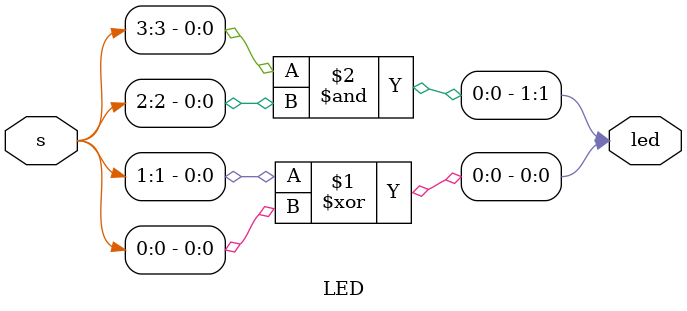
<source format=sv>
module LED(input logic [3:0] s,
		   output logic [1:0] led);
		 

   // Assign LED output

   assign led[0] = s[1] ^ s[0];
   assign led[1] = s[3] & s[2];

endmodule
</source>
